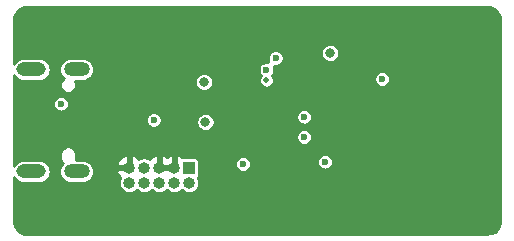
<source format=gbr>
%TF.GenerationSoftware,KiCad,Pcbnew,(5.1.8)-1*%
%TF.CreationDate,2020-12-12T20:42:25+01:00*%
%TF.ProjectId,NRF24Stick,4e524632-3453-4746-9963-6b2e6b696361,rev?*%
%TF.SameCoordinates,Original*%
%TF.FileFunction,Copper,L2,Inr*%
%TF.FilePolarity,Positive*%
%FSLAX46Y46*%
G04 Gerber Fmt 4.6, Leading zero omitted, Abs format (unit mm)*
G04 Created by KiCad (PCBNEW (5.1.8)-1) date 2020-12-12 20:42:25*
%MOMM*%
%LPD*%
G01*
G04 APERTURE LIST*
%TA.AperFunction,ComponentPad*%
%ADD10O,2.500000X1.200000*%
%TD*%
%TA.AperFunction,ComponentPad*%
%ADD11O,2.200000X1.200000*%
%TD*%
%TA.AperFunction,ComponentPad*%
%ADD12O,1.000000X1.000000*%
%TD*%
%TA.AperFunction,ComponentPad*%
%ADD13R,1.000000X1.000000*%
%TD*%
%TA.AperFunction,ViaPad*%
%ADD14C,0.600000*%
%TD*%
%TA.AperFunction,ViaPad*%
%ADD15C,0.800000*%
%TD*%
%TA.AperFunction,ViaPad*%
%ADD16C,0.500000*%
%TD*%
%TA.AperFunction,Conductor*%
%ADD17C,0.250000*%
%TD*%
%TA.AperFunction,Conductor*%
%ADD18C,0.100000*%
%TD*%
G04 APERTURE END LIST*
D10*
%TO.N,Net-(J2-PadS1)*%
%TO.C,J2*%
X110900000Y-111180000D03*
X110900000Y-119820000D03*
D11*
X114725000Y-119820000D03*
X114725000Y-111180000D03*
%TD*%
D12*
%TO.N,/NRST*%
%TO.C,J1*%
X119170000Y-120770000D03*
%TO.N,GND*%
X119170000Y-119500000D03*
%TO.N,N/C*%
X120440000Y-120770000D03*
X120440000Y-119500000D03*
X121710000Y-120770000D03*
%TO.N,GND*%
X121710000Y-119500000D03*
%TO.N,/SWCLK*%
X122980000Y-120770000D03*
%TO.N,GND*%
X122980000Y-119500000D03*
%TO.N,/SWDIO*%
X124250000Y-120770000D03*
D13*
%TO.N,+3V3*%
X124250000Y-119500000D03*
%TD*%
D14*
%TO.N,GND*%
X137100000Y-114400000D03*
X137100000Y-115800000D03*
X137800000Y-115100000D03*
X136400000Y-115100000D03*
X129300000Y-116100000D03*
X130500000Y-116100000D03*
X130500000Y-114900000D03*
D15*
X150000000Y-111500000D03*
X148750000Y-111500000D03*
X147500000Y-111500000D03*
D14*
X129900000Y-110199992D03*
X132300030Y-109500000D03*
X124200000Y-109800000D03*
X117200000Y-119000000D03*
X121250000Y-116500000D03*
D15*
X116149997Y-118600007D03*
X115862618Y-112235285D03*
D14*
X134500000Y-112000000D03*
X137201483Y-118150503D03*
X134750000Y-118250000D03*
D15*
X123500000Y-112250000D03*
X121899976Y-113600024D03*
X124125013Y-115625013D03*
D14*
X140900002Y-121200002D03*
X135700000Y-120050000D03*
X144100000Y-117000000D03*
X144100000Y-118000000D03*
X145500000Y-113400000D03*
D15*
X148750000Y-119500000D03*
X147500000Y-119500000D03*
X150000000Y-119500000D03*
D14*
X119192788Y-114465209D03*
X139000000Y-110299978D03*
X140599998Y-111000000D03*
D15*
X137700000Y-109800000D03*
D14*
X126699994Y-119199994D03*
X129300000Y-114900000D03*
X132530027Y-110230027D03*
X133500000Y-110199980D03*
X140000000Y-114173428D03*
D15*
X145900000Y-118300000D03*
D14*
%TO.N,+3V3*%
X130800000Y-111200000D03*
D15*
X125500000Y-112250000D03*
X125625001Y-115625001D03*
D14*
X135750000Y-119000000D03*
X140600000Y-112000000D03*
D15*
X136200000Y-109800000D03*
D14*
X128800000Y-119200000D03*
X131569976Y-110230000D03*
D16*
%TO.N,/NRST*%
X130800000Y-112100000D03*
D14*
%TO.N,+5V*%
X121250000Y-115463972D03*
X113400000Y-114094998D03*
%TO.N,/SPI_SCK*%
X134000000Y-116900000D03*
X133992941Y-115192836D03*
%TD*%
D17*
%TO.N,GND*%
X149713284Y-105922831D02*
X149918447Y-105984773D01*
X150107668Y-106085384D01*
X150273749Y-106220837D01*
X150410350Y-106385959D01*
X150512282Y-106574478D01*
X150575653Y-106779196D01*
X150600000Y-107010845D01*
X150600001Y-123980427D01*
X150577169Y-124213284D01*
X150515227Y-124418447D01*
X150414616Y-124607668D01*
X150279166Y-124773746D01*
X150114040Y-124910350D01*
X149925522Y-125012282D01*
X149720803Y-125075653D01*
X149489155Y-125100000D01*
X110519563Y-125100000D01*
X110286716Y-125077169D01*
X110081553Y-125015227D01*
X109892332Y-124914616D01*
X109726254Y-124779166D01*
X109589650Y-124614040D01*
X109487718Y-124425522D01*
X109424347Y-124220803D01*
X109400000Y-123989155D01*
X109400000Y-120298082D01*
X109435395Y-120364302D01*
X109557235Y-120512765D01*
X109705698Y-120634605D01*
X109875079Y-120725140D01*
X110058867Y-120780892D01*
X110202108Y-120795000D01*
X111597892Y-120795000D01*
X111741133Y-120780892D01*
X111924921Y-120725140D01*
X112094302Y-120634605D01*
X112242765Y-120512765D01*
X112364605Y-120364302D01*
X112455140Y-120194921D01*
X112510892Y-120011133D01*
X112529717Y-119820000D01*
X113245283Y-119820000D01*
X113264108Y-120011133D01*
X113319860Y-120194921D01*
X113410395Y-120364302D01*
X113532235Y-120512765D01*
X113680698Y-120634605D01*
X113850079Y-120725140D01*
X114033867Y-120780892D01*
X114177108Y-120795000D01*
X115272892Y-120795000D01*
X115416133Y-120780892D01*
X115599921Y-120725140D01*
X115769302Y-120634605D01*
X115917765Y-120512765D01*
X116039605Y-120364302D01*
X116130140Y-120194921D01*
X116185892Y-120011133D01*
X116204717Y-119820000D01*
X116202586Y-119798361D01*
X118085279Y-119798361D01*
X118164329Y-120004247D01*
X118282026Y-120190755D01*
X118412694Y-120328429D01*
X118394585Y-120355532D01*
X118328626Y-120514772D01*
X118295000Y-120683820D01*
X118295000Y-120856180D01*
X118328626Y-121025228D01*
X118394585Y-121184468D01*
X118490343Y-121327780D01*
X118612220Y-121449657D01*
X118755532Y-121545415D01*
X118914772Y-121611374D01*
X119083820Y-121645000D01*
X119256180Y-121645000D01*
X119425228Y-121611374D01*
X119584468Y-121545415D01*
X119727780Y-121449657D01*
X119805000Y-121372437D01*
X119882220Y-121449657D01*
X120025532Y-121545415D01*
X120184772Y-121611374D01*
X120353820Y-121645000D01*
X120526180Y-121645000D01*
X120695228Y-121611374D01*
X120854468Y-121545415D01*
X120997780Y-121449657D01*
X121075000Y-121372437D01*
X121152220Y-121449657D01*
X121295532Y-121545415D01*
X121454772Y-121611374D01*
X121623820Y-121645000D01*
X121796180Y-121645000D01*
X121965228Y-121611374D01*
X122124468Y-121545415D01*
X122267780Y-121449657D01*
X122345000Y-121372437D01*
X122422220Y-121449657D01*
X122565532Y-121545415D01*
X122724772Y-121611374D01*
X122893820Y-121645000D01*
X123066180Y-121645000D01*
X123235228Y-121611374D01*
X123394468Y-121545415D01*
X123537780Y-121449657D01*
X123615000Y-121372437D01*
X123692220Y-121449657D01*
X123835532Y-121545415D01*
X123994772Y-121611374D01*
X124163820Y-121645000D01*
X124336180Y-121645000D01*
X124505228Y-121611374D01*
X124664468Y-121545415D01*
X124807780Y-121449657D01*
X124929657Y-121327780D01*
X125025415Y-121184468D01*
X125091374Y-121025228D01*
X125125000Y-120856180D01*
X125125000Y-120683820D01*
X125091374Y-120514772D01*
X125025415Y-120355532D01*
X124983796Y-120293245D01*
X125016448Y-120266448D01*
X125063309Y-120209347D01*
X125098131Y-120144200D01*
X125119574Y-120073513D01*
X125126814Y-120000000D01*
X125126814Y-119133518D01*
X128125000Y-119133518D01*
X128125000Y-119266482D01*
X128150940Y-119396890D01*
X128201823Y-119519732D01*
X128275693Y-119630287D01*
X128369713Y-119724307D01*
X128480268Y-119798177D01*
X128603110Y-119849060D01*
X128733518Y-119875000D01*
X128866482Y-119875000D01*
X128996890Y-119849060D01*
X129119732Y-119798177D01*
X129230287Y-119724307D01*
X129324307Y-119630287D01*
X129398177Y-119519732D01*
X129449060Y-119396890D01*
X129475000Y-119266482D01*
X129475000Y-119133518D01*
X129449060Y-119003110D01*
X129420234Y-118933518D01*
X135075000Y-118933518D01*
X135075000Y-119066482D01*
X135100940Y-119196890D01*
X135151823Y-119319732D01*
X135225693Y-119430287D01*
X135319713Y-119524307D01*
X135430268Y-119598177D01*
X135553110Y-119649060D01*
X135683518Y-119675000D01*
X135816482Y-119675000D01*
X135946890Y-119649060D01*
X136069732Y-119598177D01*
X136180287Y-119524307D01*
X136274307Y-119430287D01*
X136348177Y-119319732D01*
X136399060Y-119196890D01*
X136425000Y-119066482D01*
X136425000Y-118933518D01*
X136399060Y-118803110D01*
X136348177Y-118680268D01*
X136274307Y-118569713D01*
X136180287Y-118475693D01*
X136069732Y-118401823D01*
X135946890Y-118350940D01*
X135816482Y-118325000D01*
X135683518Y-118325000D01*
X135553110Y-118350940D01*
X135430268Y-118401823D01*
X135319713Y-118475693D01*
X135225693Y-118569713D01*
X135151823Y-118680268D01*
X135100940Y-118803110D01*
X135075000Y-118933518D01*
X129420234Y-118933518D01*
X129398177Y-118880268D01*
X129324307Y-118769713D01*
X129230287Y-118675693D01*
X129119732Y-118601823D01*
X128996890Y-118550940D01*
X128866482Y-118525000D01*
X128733518Y-118525000D01*
X128603110Y-118550940D01*
X128480268Y-118601823D01*
X128369713Y-118675693D01*
X128275693Y-118769713D01*
X128201823Y-118880268D01*
X128150940Y-119003110D01*
X128125000Y-119133518D01*
X125126814Y-119133518D01*
X125126814Y-119000000D01*
X125119574Y-118926487D01*
X125098131Y-118855800D01*
X125063309Y-118790653D01*
X125016448Y-118733552D01*
X124959347Y-118686691D01*
X124894200Y-118651869D01*
X124823513Y-118630426D01*
X124750000Y-118623186D01*
X123750000Y-118623186D01*
X123687878Y-118629304D01*
X123536040Y-118522013D01*
X123334560Y-118432327D01*
X123278360Y-118415285D01*
X123105000Y-118539348D01*
X123105000Y-119375000D01*
X123125000Y-119375000D01*
X123125000Y-119625000D01*
X123105000Y-119625000D01*
X123105000Y-119645000D01*
X122855000Y-119645000D01*
X122855000Y-119625000D01*
X121835000Y-119625000D01*
X121835000Y-119645000D01*
X121585000Y-119645000D01*
X121585000Y-119625000D01*
X121565000Y-119625000D01*
X121565000Y-119375000D01*
X121585000Y-119375000D01*
X121585000Y-118539348D01*
X121835000Y-118539348D01*
X121835000Y-119375000D01*
X122855000Y-119375000D01*
X122855000Y-118539348D01*
X122681640Y-118415285D01*
X122625440Y-118432327D01*
X122423960Y-118522013D01*
X122345000Y-118577807D01*
X122266040Y-118522013D01*
X122064560Y-118432327D01*
X122008360Y-118415285D01*
X121835000Y-118539348D01*
X121585000Y-118539348D01*
X121411640Y-118415285D01*
X121355440Y-118432327D01*
X121153960Y-118522013D01*
X120973848Y-118649283D01*
X120883785Y-118744174D01*
X120854468Y-118724585D01*
X120695228Y-118658626D01*
X120526180Y-118625000D01*
X120353820Y-118625000D01*
X120184772Y-118658626D01*
X120025532Y-118724585D01*
X119996215Y-118744174D01*
X119906152Y-118649283D01*
X119726040Y-118522013D01*
X119524560Y-118432327D01*
X119468360Y-118415285D01*
X119295000Y-118539348D01*
X119295000Y-119375000D01*
X119315000Y-119375000D01*
X119315000Y-119625000D01*
X119295000Y-119625000D01*
X119295000Y-119645000D01*
X119045000Y-119645000D01*
X119045000Y-119625000D01*
X118208210Y-119625000D01*
X118085279Y-119798361D01*
X116202586Y-119798361D01*
X116185892Y-119628867D01*
X116130140Y-119445079D01*
X116039605Y-119275698D01*
X115978827Y-119201639D01*
X118085279Y-119201639D01*
X118208210Y-119375000D01*
X119045000Y-119375000D01*
X119045000Y-118539348D01*
X118871640Y-118415285D01*
X118815440Y-118432327D01*
X118613960Y-118522013D01*
X118433848Y-118649283D01*
X118282026Y-118809245D01*
X118164329Y-118995753D01*
X118085279Y-119201639D01*
X115978827Y-119201639D01*
X115917765Y-119127235D01*
X115769302Y-119005395D01*
X115599921Y-118914860D01*
X115416133Y-118859108D01*
X115272892Y-118845000D01*
X114638637Y-118845000D01*
X114665233Y-118757323D01*
X114675000Y-118658159D01*
X114675000Y-118341842D01*
X114665233Y-118242678D01*
X114626636Y-118115440D01*
X114563958Y-117998176D01*
X114479606Y-117895394D01*
X114376824Y-117811042D01*
X114259561Y-117748364D01*
X114132323Y-117709767D01*
X114000000Y-117696734D01*
X113867678Y-117709767D01*
X113740440Y-117748364D01*
X113623177Y-117811042D01*
X113520395Y-117895394D01*
X113436042Y-117998176D01*
X113373364Y-118115439D01*
X113334767Y-118242677D01*
X113325000Y-118341841D01*
X113325000Y-118658158D01*
X113334767Y-118757322D01*
X113373364Y-118884560D01*
X113436042Y-119001823D01*
X113520394Y-119104605D01*
X113540102Y-119120779D01*
X113532235Y-119127235D01*
X113410395Y-119275698D01*
X113319860Y-119445079D01*
X113264108Y-119628867D01*
X113245283Y-119820000D01*
X112529717Y-119820000D01*
X112510892Y-119628867D01*
X112455140Y-119445079D01*
X112364605Y-119275698D01*
X112242765Y-119127235D01*
X112094302Y-119005395D01*
X111924921Y-118914860D01*
X111741133Y-118859108D01*
X111597892Y-118845000D01*
X110202108Y-118845000D01*
X110058867Y-118859108D01*
X109875079Y-118914860D01*
X109705698Y-119005395D01*
X109557235Y-119127235D01*
X109435395Y-119275698D01*
X109400000Y-119341918D01*
X109400000Y-116833518D01*
X133325000Y-116833518D01*
X133325000Y-116966482D01*
X133350940Y-117096890D01*
X133401823Y-117219732D01*
X133475693Y-117330287D01*
X133569713Y-117424307D01*
X133680268Y-117498177D01*
X133803110Y-117549060D01*
X133933518Y-117575000D01*
X134066482Y-117575000D01*
X134196890Y-117549060D01*
X134319732Y-117498177D01*
X134430287Y-117424307D01*
X134524307Y-117330287D01*
X134598177Y-117219732D01*
X134649060Y-117096890D01*
X134675000Y-116966482D01*
X134675000Y-116833518D01*
X134649060Y-116703110D01*
X134598177Y-116580268D01*
X134524307Y-116469713D01*
X134430287Y-116375693D01*
X134319732Y-116301823D01*
X134196890Y-116250940D01*
X134066482Y-116225000D01*
X133933518Y-116225000D01*
X133803110Y-116250940D01*
X133680268Y-116301823D01*
X133569713Y-116375693D01*
X133475693Y-116469713D01*
X133401823Y-116580268D01*
X133350940Y-116703110D01*
X133325000Y-116833518D01*
X109400000Y-116833518D01*
X109400000Y-115397490D01*
X120575000Y-115397490D01*
X120575000Y-115530454D01*
X120600940Y-115660862D01*
X120651823Y-115783704D01*
X120725693Y-115894259D01*
X120819713Y-115988279D01*
X120930268Y-116062149D01*
X121053110Y-116113032D01*
X121183518Y-116138972D01*
X121316482Y-116138972D01*
X121446890Y-116113032D01*
X121569732Y-116062149D01*
X121680287Y-115988279D01*
X121774307Y-115894259D01*
X121848177Y-115783704D01*
X121899060Y-115660862D01*
X121921376Y-115548670D01*
X124850001Y-115548670D01*
X124850001Y-115701332D01*
X124879784Y-115851060D01*
X124938205Y-115992101D01*
X125023019Y-116119035D01*
X125130967Y-116226983D01*
X125257901Y-116311797D01*
X125398942Y-116370218D01*
X125548670Y-116400001D01*
X125701332Y-116400001D01*
X125851060Y-116370218D01*
X125992101Y-116311797D01*
X126119035Y-116226983D01*
X126226983Y-116119035D01*
X126311797Y-115992101D01*
X126370218Y-115851060D01*
X126400001Y-115701332D01*
X126400001Y-115548670D01*
X126370218Y-115398942D01*
X126311797Y-115257901D01*
X126226983Y-115130967D01*
X126222370Y-115126354D01*
X133317941Y-115126354D01*
X133317941Y-115259318D01*
X133343881Y-115389726D01*
X133394764Y-115512568D01*
X133468634Y-115623123D01*
X133562654Y-115717143D01*
X133673209Y-115791013D01*
X133796051Y-115841896D01*
X133926459Y-115867836D01*
X134059423Y-115867836D01*
X134189831Y-115841896D01*
X134312673Y-115791013D01*
X134423228Y-115717143D01*
X134517248Y-115623123D01*
X134591118Y-115512568D01*
X134642001Y-115389726D01*
X134667941Y-115259318D01*
X134667941Y-115126354D01*
X134642001Y-114995946D01*
X134591118Y-114873104D01*
X134517248Y-114762549D01*
X134423228Y-114668529D01*
X134312673Y-114594659D01*
X134189831Y-114543776D01*
X134059423Y-114517836D01*
X133926459Y-114517836D01*
X133796051Y-114543776D01*
X133673209Y-114594659D01*
X133562654Y-114668529D01*
X133468634Y-114762549D01*
X133394764Y-114873104D01*
X133343881Y-114995946D01*
X133317941Y-115126354D01*
X126222370Y-115126354D01*
X126119035Y-115023019D01*
X125992101Y-114938205D01*
X125851060Y-114879784D01*
X125701332Y-114850001D01*
X125548670Y-114850001D01*
X125398942Y-114879784D01*
X125257901Y-114938205D01*
X125130967Y-115023019D01*
X125023019Y-115130967D01*
X124938205Y-115257901D01*
X124879784Y-115398942D01*
X124850001Y-115548670D01*
X121921376Y-115548670D01*
X121925000Y-115530454D01*
X121925000Y-115397490D01*
X121899060Y-115267082D01*
X121848177Y-115144240D01*
X121774307Y-115033685D01*
X121680287Y-114939665D01*
X121569732Y-114865795D01*
X121446890Y-114814912D01*
X121316482Y-114788972D01*
X121183518Y-114788972D01*
X121053110Y-114814912D01*
X120930268Y-114865795D01*
X120819713Y-114939665D01*
X120725693Y-115033685D01*
X120651823Y-115144240D01*
X120600940Y-115267082D01*
X120575000Y-115397490D01*
X109400000Y-115397490D01*
X109400000Y-114028516D01*
X112725000Y-114028516D01*
X112725000Y-114161480D01*
X112750940Y-114291888D01*
X112801823Y-114414730D01*
X112875693Y-114525285D01*
X112969713Y-114619305D01*
X113080268Y-114693175D01*
X113203110Y-114744058D01*
X113333518Y-114769998D01*
X113466482Y-114769998D01*
X113596890Y-114744058D01*
X113719732Y-114693175D01*
X113830287Y-114619305D01*
X113924307Y-114525285D01*
X113998177Y-114414730D01*
X114049060Y-114291888D01*
X114075000Y-114161480D01*
X114075000Y-114028516D01*
X114049060Y-113898108D01*
X113998177Y-113775266D01*
X113924307Y-113664711D01*
X113830287Y-113570691D01*
X113719732Y-113496821D01*
X113596890Y-113445938D01*
X113466482Y-113419998D01*
X113333518Y-113419998D01*
X113203110Y-113445938D01*
X113080268Y-113496821D01*
X112969713Y-113570691D01*
X112875693Y-113664711D01*
X112801823Y-113775266D01*
X112750940Y-113898108D01*
X112725000Y-114028516D01*
X109400000Y-114028516D01*
X109400000Y-111658082D01*
X109435395Y-111724302D01*
X109557235Y-111872765D01*
X109705698Y-111994605D01*
X109875079Y-112085140D01*
X110058867Y-112140892D01*
X110202108Y-112155000D01*
X111597892Y-112155000D01*
X111741133Y-112140892D01*
X111924921Y-112085140D01*
X112094302Y-111994605D01*
X112242765Y-111872765D01*
X112364605Y-111724302D01*
X112455140Y-111554921D01*
X112510892Y-111371133D01*
X112529717Y-111180000D01*
X113245283Y-111180000D01*
X113264108Y-111371133D01*
X113319860Y-111554921D01*
X113410395Y-111724302D01*
X113532235Y-111872765D01*
X113618187Y-111943304D01*
X113569713Y-111975693D01*
X113475693Y-112069713D01*
X113401823Y-112180268D01*
X113350940Y-112303110D01*
X113325000Y-112433518D01*
X113325000Y-112566482D01*
X113350940Y-112696890D01*
X113401823Y-112819732D01*
X113475693Y-112930287D01*
X113569713Y-113024307D01*
X113680268Y-113098177D01*
X113803110Y-113149060D01*
X113933518Y-113175000D01*
X114066482Y-113175000D01*
X114196890Y-113149060D01*
X114319732Y-113098177D01*
X114430287Y-113024307D01*
X114524307Y-112930287D01*
X114598177Y-112819732D01*
X114649060Y-112696890D01*
X114675000Y-112566482D01*
X114675000Y-112433518D01*
X114649060Y-112303110D01*
X114598177Y-112180268D01*
X114593768Y-112173669D01*
X124725000Y-112173669D01*
X124725000Y-112326331D01*
X124754783Y-112476059D01*
X124813204Y-112617100D01*
X124898018Y-112744034D01*
X125005966Y-112851982D01*
X125132900Y-112936796D01*
X125273941Y-112995217D01*
X125423669Y-113025000D01*
X125576331Y-113025000D01*
X125726059Y-112995217D01*
X125867100Y-112936796D01*
X125994034Y-112851982D01*
X126101982Y-112744034D01*
X126186796Y-112617100D01*
X126245217Y-112476059D01*
X126275000Y-112326331D01*
X126275000Y-112173669D01*
X126245217Y-112023941D01*
X126186796Y-111882900D01*
X126101982Y-111755966D01*
X125994034Y-111648018D01*
X125867100Y-111563204D01*
X125726059Y-111504783D01*
X125576331Y-111475000D01*
X125423669Y-111475000D01*
X125273941Y-111504783D01*
X125132900Y-111563204D01*
X125005966Y-111648018D01*
X124898018Y-111755966D01*
X124813204Y-111882900D01*
X124754783Y-112023941D01*
X124725000Y-112173669D01*
X114593768Y-112173669D01*
X114581294Y-112155000D01*
X115272892Y-112155000D01*
X115416133Y-112140892D01*
X115599921Y-112085140D01*
X115769302Y-111994605D01*
X115917765Y-111872765D01*
X116039605Y-111724302D01*
X116130140Y-111554921D01*
X116185892Y-111371133D01*
X116204717Y-111180000D01*
X116200139Y-111133518D01*
X130125000Y-111133518D01*
X130125000Y-111266482D01*
X130150940Y-111396890D01*
X130201823Y-111519732D01*
X130275693Y-111630287D01*
X130330762Y-111685356D01*
X130314531Y-111701586D01*
X130246132Y-111803952D01*
X130199019Y-111917694D01*
X130175000Y-112038443D01*
X130175000Y-112161557D01*
X130199019Y-112282306D01*
X130246132Y-112396048D01*
X130314531Y-112498414D01*
X130401586Y-112585469D01*
X130503952Y-112653868D01*
X130617694Y-112700981D01*
X130738443Y-112725000D01*
X130861557Y-112725000D01*
X130982306Y-112700981D01*
X131096048Y-112653868D01*
X131198414Y-112585469D01*
X131285469Y-112498414D01*
X131353868Y-112396048D01*
X131400981Y-112282306D01*
X131425000Y-112161557D01*
X131425000Y-112038443D01*
X131404129Y-111933518D01*
X139925000Y-111933518D01*
X139925000Y-112066482D01*
X139950940Y-112196890D01*
X140001823Y-112319732D01*
X140075693Y-112430287D01*
X140169713Y-112524307D01*
X140280268Y-112598177D01*
X140403110Y-112649060D01*
X140533518Y-112675000D01*
X140666482Y-112675000D01*
X140796890Y-112649060D01*
X140919732Y-112598177D01*
X141030287Y-112524307D01*
X141124307Y-112430287D01*
X141198177Y-112319732D01*
X141249060Y-112196890D01*
X141275000Y-112066482D01*
X141275000Y-111933518D01*
X141249060Y-111803110D01*
X141198177Y-111680268D01*
X141124307Y-111569713D01*
X141030287Y-111475693D01*
X140919732Y-111401823D01*
X140796890Y-111350940D01*
X140666482Y-111325000D01*
X140533518Y-111325000D01*
X140403110Y-111350940D01*
X140280268Y-111401823D01*
X140169713Y-111475693D01*
X140075693Y-111569713D01*
X140001823Y-111680268D01*
X139950940Y-111803110D01*
X139925000Y-111933518D01*
X131404129Y-111933518D01*
X131400981Y-111917694D01*
X131353868Y-111803952D01*
X131285469Y-111701586D01*
X131269239Y-111685356D01*
X131324307Y-111630287D01*
X131398177Y-111519732D01*
X131449060Y-111396890D01*
X131475000Y-111266482D01*
X131475000Y-111133518D01*
X131449060Y-111003110D01*
X131399885Y-110884391D01*
X131503494Y-110905000D01*
X131636458Y-110905000D01*
X131766866Y-110879060D01*
X131889708Y-110828177D01*
X132000263Y-110754307D01*
X132094283Y-110660287D01*
X132168153Y-110549732D01*
X132219036Y-110426890D01*
X132244976Y-110296482D01*
X132244976Y-110163518D01*
X132219036Y-110033110D01*
X132168153Y-109910268D01*
X132094283Y-109799713D01*
X132018239Y-109723669D01*
X135425000Y-109723669D01*
X135425000Y-109876331D01*
X135454783Y-110026059D01*
X135513204Y-110167100D01*
X135598018Y-110294034D01*
X135705966Y-110401982D01*
X135832900Y-110486796D01*
X135973941Y-110545217D01*
X136123669Y-110575000D01*
X136276331Y-110575000D01*
X136426059Y-110545217D01*
X136567100Y-110486796D01*
X136694034Y-110401982D01*
X136801982Y-110294034D01*
X136886796Y-110167100D01*
X136945217Y-110026059D01*
X136975000Y-109876331D01*
X136975000Y-109723669D01*
X136945217Y-109573941D01*
X136886796Y-109432900D01*
X136801982Y-109305966D01*
X136694034Y-109198018D01*
X136567100Y-109113204D01*
X136426059Y-109054783D01*
X136276331Y-109025000D01*
X136123669Y-109025000D01*
X135973941Y-109054783D01*
X135832900Y-109113204D01*
X135705966Y-109198018D01*
X135598018Y-109305966D01*
X135513204Y-109432900D01*
X135454783Y-109573941D01*
X135425000Y-109723669D01*
X132018239Y-109723669D01*
X132000263Y-109705693D01*
X131889708Y-109631823D01*
X131766866Y-109580940D01*
X131636458Y-109555000D01*
X131503494Y-109555000D01*
X131373086Y-109580940D01*
X131250244Y-109631823D01*
X131139689Y-109705693D01*
X131045669Y-109799713D01*
X130971799Y-109910268D01*
X130920916Y-110033110D01*
X130894976Y-110163518D01*
X130894976Y-110296482D01*
X130920916Y-110426890D01*
X130970091Y-110545609D01*
X130866482Y-110525000D01*
X130733518Y-110525000D01*
X130603110Y-110550940D01*
X130480268Y-110601823D01*
X130369713Y-110675693D01*
X130275693Y-110769713D01*
X130201823Y-110880268D01*
X130150940Y-111003110D01*
X130125000Y-111133518D01*
X116200139Y-111133518D01*
X116185892Y-110988867D01*
X116130140Y-110805079D01*
X116039605Y-110635698D01*
X115917765Y-110487235D01*
X115769302Y-110365395D01*
X115599921Y-110274860D01*
X115416133Y-110219108D01*
X115272892Y-110205000D01*
X114177108Y-110205000D01*
X114033867Y-110219108D01*
X113850079Y-110274860D01*
X113680698Y-110365395D01*
X113532235Y-110487235D01*
X113410395Y-110635698D01*
X113319860Y-110805079D01*
X113264108Y-110988867D01*
X113245283Y-111180000D01*
X112529717Y-111180000D01*
X112510892Y-110988867D01*
X112455140Y-110805079D01*
X112364605Y-110635698D01*
X112242765Y-110487235D01*
X112094302Y-110365395D01*
X111924921Y-110274860D01*
X111741133Y-110219108D01*
X111597892Y-110205000D01*
X110202108Y-110205000D01*
X110058867Y-110219108D01*
X109875079Y-110274860D01*
X109705698Y-110365395D01*
X109557235Y-110487235D01*
X109435395Y-110635698D01*
X109400000Y-110701918D01*
X109400000Y-107019563D01*
X109422831Y-106786716D01*
X109484773Y-106581553D01*
X109585384Y-106392332D01*
X109720837Y-106226251D01*
X109885959Y-106089650D01*
X110074478Y-105987718D01*
X110279196Y-105924347D01*
X110510845Y-105900000D01*
X149480437Y-105900000D01*
X149713284Y-105922831D01*
%TA.AperFunction,Conductor*%
D18*
G36*
X149713284Y-105922831D02*
G01*
X149918447Y-105984773D01*
X150107668Y-106085384D01*
X150273749Y-106220837D01*
X150410350Y-106385959D01*
X150512282Y-106574478D01*
X150575653Y-106779196D01*
X150600000Y-107010845D01*
X150600001Y-123980427D01*
X150577169Y-124213284D01*
X150515227Y-124418447D01*
X150414616Y-124607668D01*
X150279166Y-124773746D01*
X150114040Y-124910350D01*
X149925522Y-125012282D01*
X149720803Y-125075653D01*
X149489155Y-125100000D01*
X110519563Y-125100000D01*
X110286716Y-125077169D01*
X110081553Y-125015227D01*
X109892332Y-124914616D01*
X109726254Y-124779166D01*
X109589650Y-124614040D01*
X109487718Y-124425522D01*
X109424347Y-124220803D01*
X109400000Y-123989155D01*
X109400000Y-120298082D01*
X109435395Y-120364302D01*
X109557235Y-120512765D01*
X109705698Y-120634605D01*
X109875079Y-120725140D01*
X110058867Y-120780892D01*
X110202108Y-120795000D01*
X111597892Y-120795000D01*
X111741133Y-120780892D01*
X111924921Y-120725140D01*
X112094302Y-120634605D01*
X112242765Y-120512765D01*
X112364605Y-120364302D01*
X112455140Y-120194921D01*
X112510892Y-120011133D01*
X112529717Y-119820000D01*
X113245283Y-119820000D01*
X113264108Y-120011133D01*
X113319860Y-120194921D01*
X113410395Y-120364302D01*
X113532235Y-120512765D01*
X113680698Y-120634605D01*
X113850079Y-120725140D01*
X114033867Y-120780892D01*
X114177108Y-120795000D01*
X115272892Y-120795000D01*
X115416133Y-120780892D01*
X115599921Y-120725140D01*
X115769302Y-120634605D01*
X115917765Y-120512765D01*
X116039605Y-120364302D01*
X116130140Y-120194921D01*
X116185892Y-120011133D01*
X116204717Y-119820000D01*
X116202586Y-119798361D01*
X118085279Y-119798361D01*
X118164329Y-120004247D01*
X118282026Y-120190755D01*
X118412694Y-120328429D01*
X118394585Y-120355532D01*
X118328626Y-120514772D01*
X118295000Y-120683820D01*
X118295000Y-120856180D01*
X118328626Y-121025228D01*
X118394585Y-121184468D01*
X118490343Y-121327780D01*
X118612220Y-121449657D01*
X118755532Y-121545415D01*
X118914772Y-121611374D01*
X119083820Y-121645000D01*
X119256180Y-121645000D01*
X119425228Y-121611374D01*
X119584468Y-121545415D01*
X119727780Y-121449657D01*
X119805000Y-121372437D01*
X119882220Y-121449657D01*
X120025532Y-121545415D01*
X120184772Y-121611374D01*
X120353820Y-121645000D01*
X120526180Y-121645000D01*
X120695228Y-121611374D01*
X120854468Y-121545415D01*
X120997780Y-121449657D01*
X121075000Y-121372437D01*
X121152220Y-121449657D01*
X121295532Y-121545415D01*
X121454772Y-121611374D01*
X121623820Y-121645000D01*
X121796180Y-121645000D01*
X121965228Y-121611374D01*
X122124468Y-121545415D01*
X122267780Y-121449657D01*
X122345000Y-121372437D01*
X122422220Y-121449657D01*
X122565532Y-121545415D01*
X122724772Y-121611374D01*
X122893820Y-121645000D01*
X123066180Y-121645000D01*
X123235228Y-121611374D01*
X123394468Y-121545415D01*
X123537780Y-121449657D01*
X123615000Y-121372437D01*
X123692220Y-121449657D01*
X123835532Y-121545415D01*
X123994772Y-121611374D01*
X124163820Y-121645000D01*
X124336180Y-121645000D01*
X124505228Y-121611374D01*
X124664468Y-121545415D01*
X124807780Y-121449657D01*
X124929657Y-121327780D01*
X125025415Y-121184468D01*
X125091374Y-121025228D01*
X125125000Y-120856180D01*
X125125000Y-120683820D01*
X125091374Y-120514772D01*
X125025415Y-120355532D01*
X124983796Y-120293245D01*
X125016448Y-120266448D01*
X125063309Y-120209347D01*
X125098131Y-120144200D01*
X125119574Y-120073513D01*
X125126814Y-120000000D01*
X125126814Y-119133518D01*
X128125000Y-119133518D01*
X128125000Y-119266482D01*
X128150940Y-119396890D01*
X128201823Y-119519732D01*
X128275693Y-119630287D01*
X128369713Y-119724307D01*
X128480268Y-119798177D01*
X128603110Y-119849060D01*
X128733518Y-119875000D01*
X128866482Y-119875000D01*
X128996890Y-119849060D01*
X129119732Y-119798177D01*
X129230287Y-119724307D01*
X129324307Y-119630287D01*
X129398177Y-119519732D01*
X129449060Y-119396890D01*
X129475000Y-119266482D01*
X129475000Y-119133518D01*
X129449060Y-119003110D01*
X129420234Y-118933518D01*
X135075000Y-118933518D01*
X135075000Y-119066482D01*
X135100940Y-119196890D01*
X135151823Y-119319732D01*
X135225693Y-119430287D01*
X135319713Y-119524307D01*
X135430268Y-119598177D01*
X135553110Y-119649060D01*
X135683518Y-119675000D01*
X135816482Y-119675000D01*
X135946890Y-119649060D01*
X136069732Y-119598177D01*
X136180287Y-119524307D01*
X136274307Y-119430287D01*
X136348177Y-119319732D01*
X136399060Y-119196890D01*
X136425000Y-119066482D01*
X136425000Y-118933518D01*
X136399060Y-118803110D01*
X136348177Y-118680268D01*
X136274307Y-118569713D01*
X136180287Y-118475693D01*
X136069732Y-118401823D01*
X135946890Y-118350940D01*
X135816482Y-118325000D01*
X135683518Y-118325000D01*
X135553110Y-118350940D01*
X135430268Y-118401823D01*
X135319713Y-118475693D01*
X135225693Y-118569713D01*
X135151823Y-118680268D01*
X135100940Y-118803110D01*
X135075000Y-118933518D01*
X129420234Y-118933518D01*
X129398177Y-118880268D01*
X129324307Y-118769713D01*
X129230287Y-118675693D01*
X129119732Y-118601823D01*
X128996890Y-118550940D01*
X128866482Y-118525000D01*
X128733518Y-118525000D01*
X128603110Y-118550940D01*
X128480268Y-118601823D01*
X128369713Y-118675693D01*
X128275693Y-118769713D01*
X128201823Y-118880268D01*
X128150940Y-119003110D01*
X128125000Y-119133518D01*
X125126814Y-119133518D01*
X125126814Y-119000000D01*
X125119574Y-118926487D01*
X125098131Y-118855800D01*
X125063309Y-118790653D01*
X125016448Y-118733552D01*
X124959347Y-118686691D01*
X124894200Y-118651869D01*
X124823513Y-118630426D01*
X124750000Y-118623186D01*
X123750000Y-118623186D01*
X123687878Y-118629304D01*
X123536040Y-118522013D01*
X123334560Y-118432327D01*
X123278360Y-118415285D01*
X123105000Y-118539348D01*
X123105000Y-119375000D01*
X123125000Y-119375000D01*
X123125000Y-119625000D01*
X123105000Y-119625000D01*
X123105000Y-119645000D01*
X122855000Y-119645000D01*
X122855000Y-119625000D01*
X121835000Y-119625000D01*
X121835000Y-119645000D01*
X121585000Y-119645000D01*
X121585000Y-119625000D01*
X121565000Y-119625000D01*
X121565000Y-119375000D01*
X121585000Y-119375000D01*
X121585000Y-118539348D01*
X121835000Y-118539348D01*
X121835000Y-119375000D01*
X122855000Y-119375000D01*
X122855000Y-118539348D01*
X122681640Y-118415285D01*
X122625440Y-118432327D01*
X122423960Y-118522013D01*
X122345000Y-118577807D01*
X122266040Y-118522013D01*
X122064560Y-118432327D01*
X122008360Y-118415285D01*
X121835000Y-118539348D01*
X121585000Y-118539348D01*
X121411640Y-118415285D01*
X121355440Y-118432327D01*
X121153960Y-118522013D01*
X120973848Y-118649283D01*
X120883785Y-118744174D01*
X120854468Y-118724585D01*
X120695228Y-118658626D01*
X120526180Y-118625000D01*
X120353820Y-118625000D01*
X120184772Y-118658626D01*
X120025532Y-118724585D01*
X119996215Y-118744174D01*
X119906152Y-118649283D01*
X119726040Y-118522013D01*
X119524560Y-118432327D01*
X119468360Y-118415285D01*
X119295000Y-118539348D01*
X119295000Y-119375000D01*
X119315000Y-119375000D01*
X119315000Y-119625000D01*
X119295000Y-119625000D01*
X119295000Y-119645000D01*
X119045000Y-119645000D01*
X119045000Y-119625000D01*
X118208210Y-119625000D01*
X118085279Y-119798361D01*
X116202586Y-119798361D01*
X116185892Y-119628867D01*
X116130140Y-119445079D01*
X116039605Y-119275698D01*
X115978827Y-119201639D01*
X118085279Y-119201639D01*
X118208210Y-119375000D01*
X119045000Y-119375000D01*
X119045000Y-118539348D01*
X118871640Y-118415285D01*
X118815440Y-118432327D01*
X118613960Y-118522013D01*
X118433848Y-118649283D01*
X118282026Y-118809245D01*
X118164329Y-118995753D01*
X118085279Y-119201639D01*
X115978827Y-119201639D01*
X115917765Y-119127235D01*
X115769302Y-119005395D01*
X115599921Y-118914860D01*
X115416133Y-118859108D01*
X115272892Y-118845000D01*
X114638637Y-118845000D01*
X114665233Y-118757323D01*
X114675000Y-118658159D01*
X114675000Y-118341842D01*
X114665233Y-118242678D01*
X114626636Y-118115440D01*
X114563958Y-117998176D01*
X114479606Y-117895394D01*
X114376824Y-117811042D01*
X114259561Y-117748364D01*
X114132323Y-117709767D01*
X114000000Y-117696734D01*
X113867678Y-117709767D01*
X113740440Y-117748364D01*
X113623177Y-117811042D01*
X113520395Y-117895394D01*
X113436042Y-117998176D01*
X113373364Y-118115439D01*
X113334767Y-118242677D01*
X113325000Y-118341841D01*
X113325000Y-118658158D01*
X113334767Y-118757322D01*
X113373364Y-118884560D01*
X113436042Y-119001823D01*
X113520394Y-119104605D01*
X113540102Y-119120779D01*
X113532235Y-119127235D01*
X113410395Y-119275698D01*
X113319860Y-119445079D01*
X113264108Y-119628867D01*
X113245283Y-119820000D01*
X112529717Y-119820000D01*
X112510892Y-119628867D01*
X112455140Y-119445079D01*
X112364605Y-119275698D01*
X112242765Y-119127235D01*
X112094302Y-119005395D01*
X111924921Y-118914860D01*
X111741133Y-118859108D01*
X111597892Y-118845000D01*
X110202108Y-118845000D01*
X110058867Y-118859108D01*
X109875079Y-118914860D01*
X109705698Y-119005395D01*
X109557235Y-119127235D01*
X109435395Y-119275698D01*
X109400000Y-119341918D01*
X109400000Y-116833518D01*
X133325000Y-116833518D01*
X133325000Y-116966482D01*
X133350940Y-117096890D01*
X133401823Y-117219732D01*
X133475693Y-117330287D01*
X133569713Y-117424307D01*
X133680268Y-117498177D01*
X133803110Y-117549060D01*
X133933518Y-117575000D01*
X134066482Y-117575000D01*
X134196890Y-117549060D01*
X134319732Y-117498177D01*
X134430287Y-117424307D01*
X134524307Y-117330287D01*
X134598177Y-117219732D01*
X134649060Y-117096890D01*
X134675000Y-116966482D01*
X134675000Y-116833518D01*
X134649060Y-116703110D01*
X134598177Y-116580268D01*
X134524307Y-116469713D01*
X134430287Y-116375693D01*
X134319732Y-116301823D01*
X134196890Y-116250940D01*
X134066482Y-116225000D01*
X133933518Y-116225000D01*
X133803110Y-116250940D01*
X133680268Y-116301823D01*
X133569713Y-116375693D01*
X133475693Y-116469713D01*
X133401823Y-116580268D01*
X133350940Y-116703110D01*
X133325000Y-116833518D01*
X109400000Y-116833518D01*
X109400000Y-115397490D01*
X120575000Y-115397490D01*
X120575000Y-115530454D01*
X120600940Y-115660862D01*
X120651823Y-115783704D01*
X120725693Y-115894259D01*
X120819713Y-115988279D01*
X120930268Y-116062149D01*
X121053110Y-116113032D01*
X121183518Y-116138972D01*
X121316482Y-116138972D01*
X121446890Y-116113032D01*
X121569732Y-116062149D01*
X121680287Y-115988279D01*
X121774307Y-115894259D01*
X121848177Y-115783704D01*
X121899060Y-115660862D01*
X121921376Y-115548670D01*
X124850001Y-115548670D01*
X124850001Y-115701332D01*
X124879784Y-115851060D01*
X124938205Y-115992101D01*
X125023019Y-116119035D01*
X125130967Y-116226983D01*
X125257901Y-116311797D01*
X125398942Y-116370218D01*
X125548670Y-116400001D01*
X125701332Y-116400001D01*
X125851060Y-116370218D01*
X125992101Y-116311797D01*
X126119035Y-116226983D01*
X126226983Y-116119035D01*
X126311797Y-115992101D01*
X126370218Y-115851060D01*
X126400001Y-115701332D01*
X126400001Y-115548670D01*
X126370218Y-115398942D01*
X126311797Y-115257901D01*
X126226983Y-115130967D01*
X126222370Y-115126354D01*
X133317941Y-115126354D01*
X133317941Y-115259318D01*
X133343881Y-115389726D01*
X133394764Y-115512568D01*
X133468634Y-115623123D01*
X133562654Y-115717143D01*
X133673209Y-115791013D01*
X133796051Y-115841896D01*
X133926459Y-115867836D01*
X134059423Y-115867836D01*
X134189831Y-115841896D01*
X134312673Y-115791013D01*
X134423228Y-115717143D01*
X134517248Y-115623123D01*
X134591118Y-115512568D01*
X134642001Y-115389726D01*
X134667941Y-115259318D01*
X134667941Y-115126354D01*
X134642001Y-114995946D01*
X134591118Y-114873104D01*
X134517248Y-114762549D01*
X134423228Y-114668529D01*
X134312673Y-114594659D01*
X134189831Y-114543776D01*
X134059423Y-114517836D01*
X133926459Y-114517836D01*
X133796051Y-114543776D01*
X133673209Y-114594659D01*
X133562654Y-114668529D01*
X133468634Y-114762549D01*
X133394764Y-114873104D01*
X133343881Y-114995946D01*
X133317941Y-115126354D01*
X126222370Y-115126354D01*
X126119035Y-115023019D01*
X125992101Y-114938205D01*
X125851060Y-114879784D01*
X125701332Y-114850001D01*
X125548670Y-114850001D01*
X125398942Y-114879784D01*
X125257901Y-114938205D01*
X125130967Y-115023019D01*
X125023019Y-115130967D01*
X124938205Y-115257901D01*
X124879784Y-115398942D01*
X124850001Y-115548670D01*
X121921376Y-115548670D01*
X121925000Y-115530454D01*
X121925000Y-115397490D01*
X121899060Y-115267082D01*
X121848177Y-115144240D01*
X121774307Y-115033685D01*
X121680287Y-114939665D01*
X121569732Y-114865795D01*
X121446890Y-114814912D01*
X121316482Y-114788972D01*
X121183518Y-114788972D01*
X121053110Y-114814912D01*
X120930268Y-114865795D01*
X120819713Y-114939665D01*
X120725693Y-115033685D01*
X120651823Y-115144240D01*
X120600940Y-115267082D01*
X120575000Y-115397490D01*
X109400000Y-115397490D01*
X109400000Y-114028516D01*
X112725000Y-114028516D01*
X112725000Y-114161480D01*
X112750940Y-114291888D01*
X112801823Y-114414730D01*
X112875693Y-114525285D01*
X112969713Y-114619305D01*
X113080268Y-114693175D01*
X113203110Y-114744058D01*
X113333518Y-114769998D01*
X113466482Y-114769998D01*
X113596890Y-114744058D01*
X113719732Y-114693175D01*
X113830287Y-114619305D01*
X113924307Y-114525285D01*
X113998177Y-114414730D01*
X114049060Y-114291888D01*
X114075000Y-114161480D01*
X114075000Y-114028516D01*
X114049060Y-113898108D01*
X113998177Y-113775266D01*
X113924307Y-113664711D01*
X113830287Y-113570691D01*
X113719732Y-113496821D01*
X113596890Y-113445938D01*
X113466482Y-113419998D01*
X113333518Y-113419998D01*
X113203110Y-113445938D01*
X113080268Y-113496821D01*
X112969713Y-113570691D01*
X112875693Y-113664711D01*
X112801823Y-113775266D01*
X112750940Y-113898108D01*
X112725000Y-114028516D01*
X109400000Y-114028516D01*
X109400000Y-111658082D01*
X109435395Y-111724302D01*
X109557235Y-111872765D01*
X109705698Y-111994605D01*
X109875079Y-112085140D01*
X110058867Y-112140892D01*
X110202108Y-112155000D01*
X111597892Y-112155000D01*
X111741133Y-112140892D01*
X111924921Y-112085140D01*
X112094302Y-111994605D01*
X112242765Y-111872765D01*
X112364605Y-111724302D01*
X112455140Y-111554921D01*
X112510892Y-111371133D01*
X112529717Y-111180000D01*
X113245283Y-111180000D01*
X113264108Y-111371133D01*
X113319860Y-111554921D01*
X113410395Y-111724302D01*
X113532235Y-111872765D01*
X113618187Y-111943304D01*
X113569713Y-111975693D01*
X113475693Y-112069713D01*
X113401823Y-112180268D01*
X113350940Y-112303110D01*
X113325000Y-112433518D01*
X113325000Y-112566482D01*
X113350940Y-112696890D01*
X113401823Y-112819732D01*
X113475693Y-112930287D01*
X113569713Y-113024307D01*
X113680268Y-113098177D01*
X113803110Y-113149060D01*
X113933518Y-113175000D01*
X114066482Y-113175000D01*
X114196890Y-113149060D01*
X114319732Y-113098177D01*
X114430287Y-113024307D01*
X114524307Y-112930287D01*
X114598177Y-112819732D01*
X114649060Y-112696890D01*
X114675000Y-112566482D01*
X114675000Y-112433518D01*
X114649060Y-112303110D01*
X114598177Y-112180268D01*
X114593768Y-112173669D01*
X124725000Y-112173669D01*
X124725000Y-112326331D01*
X124754783Y-112476059D01*
X124813204Y-112617100D01*
X124898018Y-112744034D01*
X125005966Y-112851982D01*
X125132900Y-112936796D01*
X125273941Y-112995217D01*
X125423669Y-113025000D01*
X125576331Y-113025000D01*
X125726059Y-112995217D01*
X125867100Y-112936796D01*
X125994034Y-112851982D01*
X126101982Y-112744034D01*
X126186796Y-112617100D01*
X126245217Y-112476059D01*
X126275000Y-112326331D01*
X126275000Y-112173669D01*
X126245217Y-112023941D01*
X126186796Y-111882900D01*
X126101982Y-111755966D01*
X125994034Y-111648018D01*
X125867100Y-111563204D01*
X125726059Y-111504783D01*
X125576331Y-111475000D01*
X125423669Y-111475000D01*
X125273941Y-111504783D01*
X125132900Y-111563204D01*
X125005966Y-111648018D01*
X124898018Y-111755966D01*
X124813204Y-111882900D01*
X124754783Y-112023941D01*
X124725000Y-112173669D01*
X114593768Y-112173669D01*
X114581294Y-112155000D01*
X115272892Y-112155000D01*
X115416133Y-112140892D01*
X115599921Y-112085140D01*
X115769302Y-111994605D01*
X115917765Y-111872765D01*
X116039605Y-111724302D01*
X116130140Y-111554921D01*
X116185892Y-111371133D01*
X116204717Y-111180000D01*
X116200139Y-111133518D01*
X130125000Y-111133518D01*
X130125000Y-111266482D01*
X130150940Y-111396890D01*
X130201823Y-111519732D01*
X130275693Y-111630287D01*
X130330762Y-111685356D01*
X130314531Y-111701586D01*
X130246132Y-111803952D01*
X130199019Y-111917694D01*
X130175000Y-112038443D01*
X130175000Y-112161557D01*
X130199019Y-112282306D01*
X130246132Y-112396048D01*
X130314531Y-112498414D01*
X130401586Y-112585469D01*
X130503952Y-112653868D01*
X130617694Y-112700981D01*
X130738443Y-112725000D01*
X130861557Y-112725000D01*
X130982306Y-112700981D01*
X131096048Y-112653868D01*
X131198414Y-112585469D01*
X131285469Y-112498414D01*
X131353868Y-112396048D01*
X131400981Y-112282306D01*
X131425000Y-112161557D01*
X131425000Y-112038443D01*
X131404129Y-111933518D01*
X139925000Y-111933518D01*
X139925000Y-112066482D01*
X139950940Y-112196890D01*
X140001823Y-112319732D01*
X140075693Y-112430287D01*
X140169713Y-112524307D01*
X140280268Y-112598177D01*
X140403110Y-112649060D01*
X140533518Y-112675000D01*
X140666482Y-112675000D01*
X140796890Y-112649060D01*
X140919732Y-112598177D01*
X141030287Y-112524307D01*
X141124307Y-112430287D01*
X141198177Y-112319732D01*
X141249060Y-112196890D01*
X141275000Y-112066482D01*
X141275000Y-111933518D01*
X141249060Y-111803110D01*
X141198177Y-111680268D01*
X141124307Y-111569713D01*
X141030287Y-111475693D01*
X140919732Y-111401823D01*
X140796890Y-111350940D01*
X140666482Y-111325000D01*
X140533518Y-111325000D01*
X140403110Y-111350940D01*
X140280268Y-111401823D01*
X140169713Y-111475693D01*
X140075693Y-111569713D01*
X140001823Y-111680268D01*
X139950940Y-111803110D01*
X139925000Y-111933518D01*
X131404129Y-111933518D01*
X131400981Y-111917694D01*
X131353868Y-111803952D01*
X131285469Y-111701586D01*
X131269239Y-111685356D01*
X131324307Y-111630287D01*
X131398177Y-111519732D01*
X131449060Y-111396890D01*
X131475000Y-111266482D01*
X131475000Y-111133518D01*
X131449060Y-111003110D01*
X131399885Y-110884391D01*
X131503494Y-110905000D01*
X131636458Y-110905000D01*
X131766866Y-110879060D01*
X131889708Y-110828177D01*
X132000263Y-110754307D01*
X132094283Y-110660287D01*
X132168153Y-110549732D01*
X132219036Y-110426890D01*
X132244976Y-110296482D01*
X132244976Y-110163518D01*
X132219036Y-110033110D01*
X132168153Y-109910268D01*
X132094283Y-109799713D01*
X132018239Y-109723669D01*
X135425000Y-109723669D01*
X135425000Y-109876331D01*
X135454783Y-110026059D01*
X135513204Y-110167100D01*
X135598018Y-110294034D01*
X135705966Y-110401982D01*
X135832900Y-110486796D01*
X135973941Y-110545217D01*
X136123669Y-110575000D01*
X136276331Y-110575000D01*
X136426059Y-110545217D01*
X136567100Y-110486796D01*
X136694034Y-110401982D01*
X136801982Y-110294034D01*
X136886796Y-110167100D01*
X136945217Y-110026059D01*
X136975000Y-109876331D01*
X136975000Y-109723669D01*
X136945217Y-109573941D01*
X136886796Y-109432900D01*
X136801982Y-109305966D01*
X136694034Y-109198018D01*
X136567100Y-109113204D01*
X136426059Y-109054783D01*
X136276331Y-109025000D01*
X136123669Y-109025000D01*
X135973941Y-109054783D01*
X135832900Y-109113204D01*
X135705966Y-109198018D01*
X135598018Y-109305966D01*
X135513204Y-109432900D01*
X135454783Y-109573941D01*
X135425000Y-109723669D01*
X132018239Y-109723669D01*
X132000263Y-109705693D01*
X131889708Y-109631823D01*
X131766866Y-109580940D01*
X131636458Y-109555000D01*
X131503494Y-109555000D01*
X131373086Y-109580940D01*
X131250244Y-109631823D01*
X131139689Y-109705693D01*
X131045669Y-109799713D01*
X130971799Y-109910268D01*
X130920916Y-110033110D01*
X130894976Y-110163518D01*
X130894976Y-110296482D01*
X130920916Y-110426890D01*
X130970091Y-110545609D01*
X130866482Y-110525000D01*
X130733518Y-110525000D01*
X130603110Y-110550940D01*
X130480268Y-110601823D01*
X130369713Y-110675693D01*
X130275693Y-110769713D01*
X130201823Y-110880268D01*
X130150940Y-111003110D01*
X130125000Y-111133518D01*
X116200139Y-111133518D01*
X116185892Y-110988867D01*
X116130140Y-110805079D01*
X116039605Y-110635698D01*
X115917765Y-110487235D01*
X115769302Y-110365395D01*
X115599921Y-110274860D01*
X115416133Y-110219108D01*
X115272892Y-110205000D01*
X114177108Y-110205000D01*
X114033867Y-110219108D01*
X113850079Y-110274860D01*
X113680698Y-110365395D01*
X113532235Y-110487235D01*
X113410395Y-110635698D01*
X113319860Y-110805079D01*
X113264108Y-110988867D01*
X113245283Y-111180000D01*
X112529717Y-111180000D01*
X112510892Y-110988867D01*
X112455140Y-110805079D01*
X112364605Y-110635698D01*
X112242765Y-110487235D01*
X112094302Y-110365395D01*
X111924921Y-110274860D01*
X111741133Y-110219108D01*
X111597892Y-110205000D01*
X110202108Y-110205000D01*
X110058867Y-110219108D01*
X109875079Y-110274860D01*
X109705698Y-110365395D01*
X109557235Y-110487235D01*
X109435395Y-110635698D01*
X109400000Y-110701918D01*
X109400000Y-107019563D01*
X109422831Y-106786716D01*
X109484773Y-106581553D01*
X109585384Y-106392332D01*
X109720837Y-106226251D01*
X109885959Y-106089650D01*
X110074478Y-105987718D01*
X110279196Y-105924347D01*
X110510845Y-105900000D01*
X149480437Y-105900000D01*
X149713284Y-105922831D01*
G37*
%TD.AperFunction*%
%TD*%
M02*

</source>
